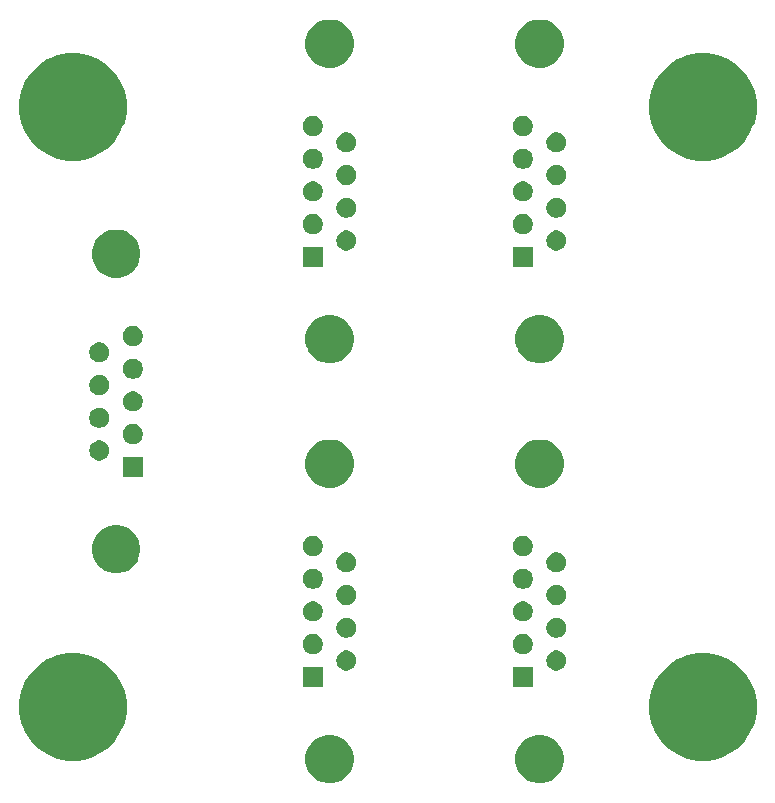
<source format=gbr>
G04 #@! TF.GenerationSoftware,KiCad,Pcbnew,5.1.5-52549c5~84~ubuntu18.04.1*
G04 #@! TF.CreationDate,2020-01-18T14:29:20-05:00*
G04 #@! TF.ProjectId,datapod_IR_splitter,64617461-706f-4645-9f49-525f73706c69,rev?*
G04 #@! TF.SameCoordinates,Original*
G04 #@! TF.FileFunction,Soldermask,Bot*
G04 #@! TF.FilePolarity,Negative*
%FSLAX46Y46*%
G04 Gerber Fmt 4.6, Leading zero omitted, Abs format (unit mm)*
G04 Created by KiCad (PCBNEW 5.1.5-52549c5~84~ubuntu18.04.1) date 2020-01-18 14:29:20*
%MOMM*%
%LPD*%
G04 APERTURE LIST*
%ADD10C,0.100000*%
G04 APERTURE END LIST*
D10*
G36*
X154418254Y-134527818D02*
G01*
X154791511Y-134682426D01*
X154791513Y-134682427D01*
X155127436Y-134906884D01*
X155413116Y-135192564D01*
X155637574Y-135528489D01*
X155792182Y-135901746D01*
X155871000Y-136297993D01*
X155871000Y-136702007D01*
X155792182Y-137098254D01*
X155637574Y-137471511D01*
X155637573Y-137471513D01*
X155413116Y-137807436D01*
X155127436Y-138093116D01*
X154791513Y-138317573D01*
X154791512Y-138317574D01*
X154791511Y-138317574D01*
X154418254Y-138472182D01*
X154022007Y-138551000D01*
X153617993Y-138551000D01*
X153221746Y-138472182D01*
X152848489Y-138317574D01*
X152848488Y-138317574D01*
X152848487Y-138317573D01*
X152512564Y-138093116D01*
X152226884Y-137807436D01*
X152002427Y-137471513D01*
X152002426Y-137471511D01*
X151847818Y-137098254D01*
X151769000Y-136702007D01*
X151769000Y-136297993D01*
X151847818Y-135901746D01*
X152002426Y-135528489D01*
X152226884Y-135192564D01*
X152512564Y-134906884D01*
X152848487Y-134682427D01*
X152848489Y-134682426D01*
X153221746Y-134527818D01*
X153617993Y-134449000D01*
X154022007Y-134449000D01*
X154418254Y-134527818D01*
G37*
G36*
X136638254Y-134527818D02*
G01*
X137011511Y-134682426D01*
X137011513Y-134682427D01*
X137347436Y-134906884D01*
X137633116Y-135192564D01*
X137857574Y-135528489D01*
X138012182Y-135901746D01*
X138091000Y-136297993D01*
X138091000Y-136702007D01*
X138012182Y-137098254D01*
X137857574Y-137471511D01*
X137857573Y-137471513D01*
X137633116Y-137807436D01*
X137347436Y-138093116D01*
X137011513Y-138317573D01*
X137011512Y-138317574D01*
X137011511Y-138317574D01*
X136638254Y-138472182D01*
X136242007Y-138551000D01*
X135837993Y-138551000D01*
X135441746Y-138472182D01*
X135068489Y-138317574D01*
X135068488Y-138317574D01*
X135068487Y-138317573D01*
X134732564Y-138093116D01*
X134446884Y-137807436D01*
X134222427Y-137471513D01*
X134222426Y-137471511D01*
X134067818Y-137098254D01*
X133989000Y-136702007D01*
X133989000Y-136297993D01*
X134067818Y-135901746D01*
X134222426Y-135528489D01*
X134446884Y-135192564D01*
X134732564Y-134906884D01*
X135068487Y-134682427D01*
X135068489Y-134682426D01*
X135441746Y-134527818D01*
X135837993Y-134449000D01*
X136242007Y-134449000D01*
X136638254Y-134527818D01*
G37*
G36*
X115627477Y-127703892D02*
G01*
X115970541Y-127845994D01*
X116455707Y-128046956D01*
X117201093Y-128545008D01*
X117834992Y-129178907D01*
X118333044Y-129924293D01*
X118526360Y-130391000D01*
X118676108Y-130752523D01*
X118851000Y-131631764D01*
X118851000Y-132528236D01*
X118676108Y-133407477D01*
X118534006Y-133750541D01*
X118333044Y-134235707D01*
X117834992Y-134981093D01*
X117201093Y-135614992D01*
X116455707Y-136113044D01*
X116009200Y-136297993D01*
X115627477Y-136456108D01*
X114748236Y-136631000D01*
X113851764Y-136631000D01*
X112972523Y-136456108D01*
X112590800Y-136297993D01*
X112144293Y-136113044D01*
X111398907Y-135614992D01*
X110765008Y-134981093D01*
X110266956Y-134235707D01*
X110065994Y-133750541D01*
X109923892Y-133407477D01*
X109749000Y-132528236D01*
X109749000Y-131631764D01*
X109923892Y-130752523D01*
X110073640Y-130391000D01*
X110266956Y-129924293D01*
X110765008Y-129178907D01*
X111398907Y-128545008D01*
X112144293Y-128046956D01*
X112629459Y-127845994D01*
X112972523Y-127703892D01*
X113851764Y-127529000D01*
X114748236Y-127529000D01*
X115627477Y-127703892D01*
G37*
G36*
X168967477Y-127703892D02*
G01*
X169310541Y-127845994D01*
X169795707Y-128046956D01*
X170541093Y-128545008D01*
X171174992Y-129178907D01*
X171673044Y-129924293D01*
X171866360Y-130391000D01*
X172016108Y-130752523D01*
X172191000Y-131631764D01*
X172191000Y-132528236D01*
X172016108Y-133407477D01*
X171874006Y-133750541D01*
X171673044Y-134235707D01*
X171174992Y-134981093D01*
X170541093Y-135614992D01*
X169795707Y-136113044D01*
X169349200Y-136297993D01*
X168967477Y-136456108D01*
X168088236Y-136631000D01*
X167191764Y-136631000D01*
X166312523Y-136456108D01*
X165930800Y-136297993D01*
X165484293Y-136113044D01*
X164738907Y-135614992D01*
X164105008Y-134981093D01*
X163606956Y-134235707D01*
X163405994Y-133750541D01*
X163263892Y-133407477D01*
X163089000Y-132528236D01*
X163089000Y-131631764D01*
X163263892Y-130752523D01*
X163413640Y-130391000D01*
X163606956Y-129924293D01*
X164105008Y-129178907D01*
X164738907Y-128545008D01*
X165484293Y-128046956D01*
X165969459Y-127845994D01*
X166312523Y-127703892D01*
X167191764Y-127529000D01*
X168088236Y-127529000D01*
X168967477Y-127703892D01*
G37*
G36*
X135471000Y-130391000D02*
G01*
X133769000Y-130391000D01*
X133769000Y-128689000D01*
X135471000Y-128689000D01*
X135471000Y-130391000D01*
G37*
G36*
X153251000Y-130391000D02*
G01*
X151549000Y-130391000D01*
X151549000Y-128689000D01*
X153251000Y-128689000D01*
X153251000Y-130391000D01*
G37*
G36*
X155488228Y-127336703D02*
G01*
X155643100Y-127400853D01*
X155782481Y-127493985D01*
X155901015Y-127612519D01*
X155994147Y-127751900D01*
X156058297Y-127906772D01*
X156091000Y-128071184D01*
X156091000Y-128238816D01*
X156058297Y-128403228D01*
X155994147Y-128558100D01*
X155901015Y-128697481D01*
X155782481Y-128816015D01*
X155643100Y-128909147D01*
X155488228Y-128973297D01*
X155323816Y-129006000D01*
X155156184Y-129006000D01*
X154991772Y-128973297D01*
X154836900Y-128909147D01*
X154697519Y-128816015D01*
X154578985Y-128697481D01*
X154485853Y-128558100D01*
X154421703Y-128403228D01*
X154389000Y-128238816D01*
X154389000Y-128071184D01*
X154421703Y-127906772D01*
X154485853Y-127751900D01*
X154578985Y-127612519D01*
X154697519Y-127493985D01*
X154836900Y-127400853D01*
X154991772Y-127336703D01*
X155156184Y-127304000D01*
X155323816Y-127304000D01*
X155488228Y-127336703D01*
G37*
G36*
X137708228Y-127336703D02*
G01*
X137863100Y-127400853D01*
X138002481Y-127493985D01*
X138121015Y-127612519D01*
X138214147Y-127751900D01*
X138278297Y-127906772D01*
X138311000Y-128071184D01*
X138311000Y-128238816D01*
X138278297Y-128403228D01*
X138214147Y-128558100D01*
X138121015Y-128697481D01*
X138002481Y-128816015D01*
X137863100Y-128909147D01*
X137708228Y-128973297D01*
X137543816Y-129006000D01*
X137376184Y-129006000D01*
X137211772Y-128973297D01*
X137056900Y-128909147D01*
X136917519Y-128816015D01*
X136798985Y-128697481D01*
X136705853Y-128558100D01*
X136641703Y-128403228D01*
X136609000Y-128238816D01*
X136609000Y-128071184D01*
X136641703Y-127906772D01*
X136705853Y-127751900D01*
X136798985Y-127612519D01*
X136917519Y-127493985D01*
X137056900Y-127400853D01*
X137211772Y-127336703D01*
X137376184Y-127304000D01*
X137543816Y-127304000D01*
X137708228Y-127336703D01*
G37*
G36*
X152648228Y-125951703D02*
G01*
X152803100Y-126015853D01*
X152942481Y-126108985D01*
X153061015Y-126227519D01*
X153154147Y-126366900D01*
X153218297Y-126521772D01*
X153251000Y-126686184D01*
X153251000Y-126853816D01*
X153218297Y-127018228D01*
X153154147Y-127173100D01*
X153061015Y-127312481D01*
X152942481Y-127431015D01*
X152803100Y-127524147D01*
X152648228Y-127588297D01*
X152483816Y-127621000D01*
X152316184Y-127621000D01*
X152151772Y-127588297D01*
X151996900Y-127524147D01*
X151857519Y-127431015D01*
X151738985Y-127312481D01*
X151645853Y-127173100D01*
X151581703Y-127018228D01*
X151549000Y-126853816D01*
X151549000Y-126686184D01*
X151581703Y-126521772D01*
X151645853Y-126366900D01*
X151738985Y-126227519D01*
X151857519Y-126108985D01*
X151996900Y-126015853D01*
X152151772Y-125951703D01*
X152316184Y-125919000D01*
X152483816Y-125919000D01*
X152648228Y-125951703D01*
G37*
G36*
X134868228Y-125951703D02*
G01*
X135023100Y-126015853D01*
X135162481Y-126108985D01*
X135281015Y-126227519D01*
X135374147Y-126366900D01*
X135438297Y-126521772D01*
X135471000Y-126686184D01*
X135471000Y-126853816D01*
X135438297Y-127018228D01*
X135374147Y-127173100D01*
X135281015Y-127312481D01*
X135162481Y-127431015D01*
X135023100Y-127524147D01*
X134868228Y-127588297D01*
X134703816Y-127621000D01*
X134536184Y-127621000D01*
X134371772Y-127588297D01*
X134216900Y-127524147D01*
X134077519Y-127431015D01*
X133958985Y-127312481D01*
X133865853Y-127173100D01*
X133801703Y-127018228D01*
X133769000Y-126853816D01*
X133769000Y-126686184D01*
X133801703Y-126521772D01*
X133865853Y-126366900D01*
X133958985Y-126227519D01*
X134077519Y-126108985D01*
X134216900Y-126015853D01*
X134371772Y-125951703D01*
X134536184Y-125919000D01*
X134703816Y-125919000D01*
X134868228Y-125951703D01*
G37*
G36*
X155488228Y-124566703D02*
G01*
X155643100Y-124630853D01*
X155782481Y-124723985D01*
X155901015Y-124842519D01*
X155994147Y-124981900D01*
X156058297Y-125136772D01*
X156091000Y-125301184D01*
X156091000Y-125468816D01*
X156058297Y-125633228D01*
X155994147Y-125788100D01*
X155901015Y-125927481D01*
X155782481Y-126046015D01*
X155643100Y-126139147D01*
X155488228Y-126203297D01*
X155323816Y-126236000D01*
X155156184Y-126236000D01*
X154991772Y-126203297D01*
X154836900Y-126139147D01*
X154697519Y-126046015D01*
X154578985Y-125927481D01*
X154485853Y-125788100D01*
X154421703Y-125633228D01*
X154389000Y-125468816D01*
X154389000Y-125301184D01*
X154421703Y-125136772D01*
X154485853Y-124981900D01*
X154578985Y-124842519D01*
X154697519Y-124723985D01*
X154836900Y-124630853D01*
X154991772Y-124566703D01*
X155156184Y-124534000D01*
X155323816Y-124534000D01*
X155488228Y-124566703D01*
G37*
G36*
X137708228Y-124566703D02*
G01*
X137863100Y-124630853D01*
X138002481Y-124723985D01*
X138121015Y-124842519D01*
X138214147Y-124981900D01*
X138278297Y-125136772D01*
X138311000Y-125301184D01*
X138311000Y-125468816D01*
X138278297Y-125633228D01*
X138214147Y-125788100D01*
X138121015Y-125927481D01*
X138002481Y-126046015D01*
X137863100Y-126139147D01*
X137708228Y-126203297D01*
X137543816Y-126236000D01*
X137376184Y-126236000D01*
X137211772Y-126203297D01*
X137056900Y-126139147D01*
X136917519Y-126046015D01*
X136798985Y-125927481D01*
X136705853Y-125788100D01*
X136641703Y-125633228D01*
X136609000Y-125468816D01*
X136609000Y-125301184D01*
X136641703Y-125136772D01*
X136705853Y-124981900D01*
X136798985Y-124842519D01*
X136917519Y-124723985D01*
X137056900Y-124630853D01*
X137211772Y-124566703D01*
X137376184Y-124534000D01*
X137543816Y-124534000D01*
X137708228Y-124566703D01*
G37*
G36*
X152648228Y-123181703D02*
G01*
X152803100Y-123245853D01*
X152942481Y-123338985D01*
X153061015Y-123457519D01*
X153154147Y-123596900D01*
X153218297Y-123751772D01*
X153251000Y-123916184D01*
X153251000Y-124083816D01*
X153218297Y-124248228D01*
X153154147Y-124403100D01*
X153061015Y-124542481D01*
X152942481Y-124661015D01*
X152803100Y-124754147D01*
X152648228Y-124818297D01*
X152483816Y-124851000D01*
X152316184Y-124851000D01*
X152151772Y-124818297D01*
X151996900Y-124754147D01*
X151857519Y-124661015D01*
X151738985Y-124542481D01*
X151645853Y-124403100D01*
X151581703Y-124248228D01*
X151549000Y-124083816D01*
X151549000Y-123916184D01*
X151581703Y-123751772D01*
X151645853Y-123596900D01*
X151738985Y-123457519D01*
X151857519Y-123338985D01*
X151996900Y-123245853D01*
X152151772Y-123181703D01*
X152316184Y-123149000D01*
X152483816Y-123149000D01*
X152648228Y-123181703D01*
G37*
G36*
X134868228Y-123181703D02*
G01*
X135023100Y-123245853D01*
X135162481Y-123338985D01*
X135281015Y-123457519D01*
X135374147Y-123596900D01*
X135438297Y-123751772D01*
X135471000Y-123916184D01*
X135471000Y-124083816D01*
X135438297Y-124248228D01*
X135374147Y-124403100D01*
X135281015Y-124542481D01*
X135162481Y-124661015D01*
X135023100Y-124754147D01*
X134868228Y-124818297D01*
X134703816Y-124851000D01*
X134536184Y-124851000D01*
X134371772Y-124818297D01*
X134216900Y-124754147D01*
X134077519Y-124661015D01*
X133958985Y-124542481D01*
X133865853Y-124403100D01*
X133801703Y-124248228D01*
X133769000Y-124083816D01*
X133769000Y-123916184D01*
X133801703Y-123751772D01*
X133865853Y-123596900D01*
X133958985Y-123457519D01*
X134077519Y-123338985D01*
X134216900Y-123245853D01*
X134371772Y-123181703D01*
X134536184Y-123149000D01*
X134703816Y-123149000D01*
X134868228Y-123181703D01*
G37*
G36*
X137708228Y-121796703D02*
G01*
X137863100Y-121860853D01*
X138002481Y-121953985D01*
X138121015Y-122072519D01*
X138214147Y-122211900D01*
X138278297Y-122366772D01*
X138311000Y-122531184D01*
X138311000Y-122698816D01*
X138278297Y-122863228D01*
X138214147Y-123018100D01*
X138121015Y-123157481D01*
X138002481Y-123276015D01*
X137863100Y-123369147D01*
X137708228Y-123433297D01*
X137543816Y-123466000D01*
X137376184Y-123466000D01*
X137211772Y-123433297D01*
X137056900Y-123369147D01*
X136917519Y-123276015D01*
X136798985Y-123157481D01*
X136705853Y-123018100D01*
X136641703Y-122863228D01*
X136609000Y-122698816D01*
X136609000Y-122531184D01*
X136641703Y-122366772D01*
X136705853Y-122211900D01*
X136798985Y-122072519D01*
X136917519Y-121953985D01*
X137056900Y-121860853D01*
X137211772Y-121796703D01*
X137376184Y-121764000D01*
X137543816Y-121764000D01*
X137708228Y-121796703D01*
G37*
G36*
X155488228Y-121796703D02*
G01*
X155643100Y-121860853D01*
X155782481Y-121953985D01*
X155901015Y-122072519D01*
X155994147Y-122211900D01*
X156058297Y-122366772D01*
X156091000Y-122531184D01*
X156091000Y-122698816D01*
X156058297Y-122863228D01*
X155994147Y-123018100D01*
X155901015Y-123157481D01*
X155782481Y-123276015D01*
X155643100Y-123369147D01*
X155488228Y-123433297D01*
X155323816Y-123466000D01*
X155156184Y-123466000D01*
X154991772Y-123433297D01*
X154836900Y-123369147D01*
X154697519Y-123276015D01*
X154578985Y-123157481D01*
X154485853Y-123018100D01*
X154421703Y-122863228D01*
X154389000Y-122698816D01*
X154389000Y-122531184D01*
X154421703Y-122366772D01*
X154485853Y-122211900D01*
X154578985Y-122072519D01*
X154697519Y-121953985D01*
X154836900Y-121860853D01*
X154991772Y-121796703D01*
X155156184Y-121764000D01*
X155323816Y-121764000D01*
X155488228Y-121796703D01*
G37*
G36*
X134868228Y-120411703D02*
G01*
X135023100Y-120475853D01*
X135162481Y-120568985D01*
X135281015Y-120687519D01*
X135374147Y-120826900D01*
X135438297Y-120981772D01*
X135471000Y-121146184D01*
X135471000Y-121313816D01*
X135438297Y-121478228D01*
X135374147Y-121633100D01*
X135281015Y-121772481D01*
X135162481Y-121891015D01*
X135023100Y-121984147D01*
X134868228Y-122048297D01*
X134703816Y-122081000D01*
X134536184Y-122081000D01*
X134371772Y-122048297D01*
X134216900Y-121984147D01*
X134077519Y-121891015D01*
X133958985Y-121772481D01*
X133865853Y-121633100D01*
X133801703Y-121478228D01*
X133769000Y-121313816D01*
X133769000Y-121146184D01*
X133801703Y-120981772D01*
X133865853Y-120826900D01*
X133958985Y-120687519D01*
X134077519Y-120568985D01*
X134216900Y-120475853D01*
X134371772Y-120411703D01*
X134536184Y-120379000D01*
X134703816Y-120379000D01*
X134868228Y-120411703D01*
G37*
G36*
X152648228Y-120411703D02*
G01*
X152803100Y-120475853D01*
X152942481Y-120568985D01*
X153061015Y-120687519D01*
X153154147Y-120826900D01*
X153218297Y-120981772D01*
X153251000Y-121146184D01*
X153251000Y-121313816D01*
X153218297Y-121478228D01*
X153154147Y-121633100D01*
X153061015Y-121772481D01*
X152942481Y-121891015D01*
X152803100Y-121984147D01*
X152648228Y-122048297D01*
X152483816Y-122081000D01*
X152316184Y-122081000D01*
X152151772Y-122048297D01*
X151996900Y-121984147D01*
X151857519Y-121891015D01*
X151738985Y-121772481D01*
X151645853Y-121633100D01*
X151581703Y-121478228D01*
X151549000Y-121313816D01*
X151549000Y-121146184D01*
X151581703Y-120981772D01*
X151645853Y-120826900D01*
X151738985Y-120687519D01*
X151857519Y-120568985D01*
X151996900Y-120475853D01*
X152151772Y-120411703D01*
X152316184Y-120379000D01*
X152483816Y-120379000D01*
X152648228Y-120411703D01*
G37*
G36*
X118558254Y-116747818D02*
G01*
X118931511Y-116902426D01*
X118931513Y-116902427D01*
X119267436Y-117126884D01*
X119553116Y-117412564D01*
X119684371Y-117609000D01*
X119777574Y-117748489D01*
X119932182Y-118121746D01*
X120011000Y-118517993D01*
X120011000Y-118922007D01*
X119932182Y-119318254D01*
X119816816Y-119596772D01*
X119777573Y-119691513D01*
X119553116Y-120027436D01*
X119267436Y-120313116D01*
X118931513Y-120537573D01*
X118931512Y-120537574D01*
X118931511Y-120537574D01*
X118558254Y-120692182D01*
X118162007Y-120771000D01*
X117757993Y-120771000D01*
X117361746Y-120692182D01*
X116988489Y-120537574D01*
X116988488Y-120537574D01*
X116988487Y-120537573D01*
X116652564Y-120313116D01*
X116366884Y-120027436D01*
X116142427Y-119691513D01*
X116103184Y-119596772D01*
X115987818Y-119318254D01*
X115909000Y-118922007D01*
X115909000Y-118517993D01*
X115987818Y-118121746D01*
X116142426Y-117748489D01*
X116235630Y-117609000D01*
X116366884Y-117412564D01*
X116652564Y-117126884D01*
X116988487Y-116902427D01*
X116988489Y-116902426D01*
X117361746Y-116747818D01*
X117757993Y-116669000D01*
X118162007Y-116669000D01*
X118558254Y-116747818D01*
G37*
G36*
X137708228Y-119026703D02*
G01*
X137863100Y-119090853D01*
X138002481Y-119183985D01*
X138121015Y-119302519D01*
X138214147Y-119441900D01*
X138278297Y-119596772D01*
X138311000Y-119761184D01*
X138311000Y-119928816D01*
X138278297Y-120093228D01*
X138214147Y-120248100D01*
X138121015Y-120387481D01*
X138002481Y-120506015D01*
X137863100Y-120599147D01*
X137708228Y-120663297D01*
X137543816Y-120696000D01*
X137376184Y-120696000D01*
X137211772Y-120663297D01*
X137056900Y-120599147D01*
X136917519Y-120506015D01*
X136798985Y-120387481D01*
X136705853Y-120248100D01*
X136641703Y-120093228D01*
X136609000Y-119928816D01*
X136609000Y-119761184D01*
X136641703Y-119596772D01*
X136705853Y-119441900D01*
X136798985Y-119302519D01*
X136917519Y-119183985D01*
X137056900Y-119090853D01*
X137211772Y-119026703D01*
X137376184Y-118994000D01*
X137543816Y-118994000D01*
X137708228Y-119026703D01*
G37*
G36*
X155488228Y-119026703D02*
G01*
X155643100Y-119090853D01*
X155782481Y-119183985D01*
X155901015Y-119302519D01*
X155994147Y-119441900D01*
X156058297Y-119596772D01*
X156091000Y-119761184D01*
X156091000Y-119928816D01*
X156058297Y-120093228D01*
X155994147Y-120248100D01*
X155901015Y-120387481D01*
X155782481Y-120506015D01*
X155643100Y-120599147D01*
X155488228Y-120663297D01*
X155323816Y-120696000D01*
X155156184Y-120696000D01*
X154991772Y-120663297D01*
X154836900Y-120599147D01*
X154697519Y-120506015D01*
X154578985Y-120387481D01*
X154485853Y-120248100D01*
X154421703Y-120093228D01*
X154389000Y-119928816D01*
X154389000Y-119761184D01*
X154421703Y-119596772D01*
X154485853Y-119441900D01*
X154578985Y-119302519D01*
X154697519Y-119183985D01*
X154836900Y-119090853D01*
X154991772Y-119026703D01*
X155156184Y-118994000D01*
X155323816Y-118994000D01*
X155488228Y-119026703D01*
G37*
G36*
X134868228Y-117641703D02*
G01*
X135023100Y-117705853D01*
X135162481Y-117798985D01*
X135281015Y-117917519D01*
X135374147Y-118056900D01*
X135438297Y-118211772D01*
X135471000Y-118376184D01*
X135471000Y-118543816D01*
X135438297Y-118708228D01*
X135374147Y-118863100D01*
X135281015Y-119002481D01*
X135162481Y-119121015D01*
X135023100Y-119214147D01*
X134868228Y-119278297D01*
X134703816Y-119311000D01*
X134536184Y-119311000D01*
X134371772Y-119278297D01*
X134216900Y-119214147D01*
X134077519Y-119121015D01*
X133958985Y-119002481D01*
X133865853Y-118863100D01*
X133801703Y-118708228D01*
X133769000Y-118543816D01*
X133769000Y-118376184D01*
X133801703Y-118211772D01*
X133865853Y-118056900D01*
X133958985Y-117917519D01*
X134077519Y-117798985D01*
X134216900Y-117705853D01*
X134371772Y-117641703D01*
X134536184Y-117609000D01*
X134703816Y-117609000D01*
X134868228Y-117641703D01*
G37*
G36*
X152648228Y-117641703D02*
G01*
X152803100Y-117705853D01*
X152942481Y-117798985D01*
X153061015Y-117917519D01*
X153154147Y-118056900D01*
X153218297Y-118211772D01*
X153251000Y-118376184D01*
X153251000Y-118543816D01*
X153218297Y-118708228D01*
X153154147Y-118863100D01*
X153061015Y-119002481D01*
X152942481Y-119121015D01*
X152803100Y-119214147D01*
X152648228Y-119278297D01*
X152483816Y-119311000D01*
X152316184Y-119311000D01*
X152151772Y-119278297D01*
X151996900Y-119214147D01*
X151857519Y-119121015D01*
X151738985Y-119002481D01*
X151645853Y-118863100D01*
X151581703Y-118708228D01*
X151549000Y-118543816D01*
X151549000Y-118376184D01*
X151581703Y-118211772D01*
X151645853Y-118056900D01*
X151738985Y-117917519D01*
X151857519Y-117798985D01*
X151996900Y-117705853D01*
X152151772Y-117641703D01*
X152316184Y-117609000D01*
X152483816Y-117609000D01*
X152648228Y-117641703D01*
G37*
G36*
X154418254Y-109527818D02*
G01*
X154791511Y-109682426D01*
X154791513Y-109682427D01*
X155127436Y-109906884D01*
X155413116Y-110192564D01*
X155591020Y-110458815D01*
X155637574Y-110528489D01*
X155792182Y-110901746D01*
X155871000Y-111297993D01*
X155871000Y-111702007D01*
X155792182Y-112098254D01*
X155637574Y-112471511D01*
X155637573Y-112471513D01*
X155413116Y-112807436D01*
X155127436Y-113093116D01*
X154791513Y-113317573D01*
X154791512Y-113317574D01*
X154791511Y-113317574D01*
X154418254Y-113472182D01*
X154022007Y-113551000D01*
X153617993Y-113551000D01*
X153221746Y-113472182D01*
X152848489Y-113317574D01*
X152848488Y-113317574D01*
X152848487Y-113317573D01*
X152512564Y-113093116D01*
X152226884Y-112807436D01*
X152002427Y-112471513D01*
X152002426Y-112471511D01*
X151847818Y-112098254D01*
X151769000Y-111702007D01*
X151769000Y-111297993D01*
X151847818Y-110901746D01*
X152002426Y-110528489D01*
X152048981Y-110458815D01*
X152226884Y-110192564D01*
X152512564Y-109906884D01*
X152848487Y-109682427D01*
X152848489Y-109682426D01*
X153221746Y-109527818D01*
X153617993Y-109449000D01*
X154022007Y-109449000D01*
X154418254Y-109527818D01*
G37*
G36*
X136638254Y-109527818D02*
G01*
X137011511Y-109682426D01*
X137011513Y-109682427D01*
X137347436Y-109906884D01*
X137633116Y-110192564D01*
X137811020Y-110458815D01*
X137857574Y-110528489D01*
X138012182Y-110901746D01*
X138091000Y-111297993D01*
X138091000Y-111702007D01*
X138012182Y-112098254D01*
X137857574Y-112471511D01*
X137857573Y-112471513D01*
X137633116Y-112807436D01*
X137347436Y-113093116D01*
X137011513Y-113317573D01*
X137011512Y-113317574D01*
X137011511Y-113317574D01*
X136638254Y-113472182D01*
X136242007Y-113551000D01*
X135837993Y-113551000D01*
X135441746Y-113472182D01*
X135068489Y-113317574D01*
X135068488Y-113317574D01*
X135068487Y-113317573D01*
X134732564Y-113093116D01*
X134446884Y-112807436D01*
X134222427Y-112471513D01*
X134222426Y-112471511D01*
X134067818Y-112098254D01*
X133989000Y-111702007D01*
X133989000Y-111297993D01*
X134067818Y-110901746D01*
X134222426Y-110528489D01*
X134268981Y-110458815D01*
X134446884Y-110192564D01*
X134732564Y-109906884D01*
X135068487Y-109682427D01*
X135068489Y-109682426D01*
X135441746Y-109527818D01*
X135837993Y-109449000D01*
X136242007Y-109449000D01*
X136638254Y-109527818D01*
G37*
G36*
X120231000Y-112611000D02*
G01*
X118529000Y-112611000D01*
X118529000Y-110909000D01*
X120231000Y-110909000D01*
X120231000Y-112611000D01*
G37*
G36*
X116788228Y-109556703D02*
G01*
X116943100Y-109620853D01*
X117082481Y-109713985D01*
X117201015Y-109832519D01*
X117294147Y-109971900D01*
X117358297Y-110126772D01*
X117391000Y-110291184D01*
X117391000Y-110458816D01*
X117358297Y-110623228D01*
X117294147Y-110778100D01*
X117201015Y-110917481D01*
X117082481Y-111036015D01*
X116943100Y-111129147D01*
X116788228Y-111193297D01*
X116623816Y-111226000D01*
X116456184Y-111226000D01*
X116291772Y-111193297D01*
X116136900Y-111129147D01*
X115997519Y-111036015D01*
X115878985Y-110917481D01*
X115785853Y-110778100D01*
X115721703Y-110623228D01*
X115689000Y-110458816D01*
X115689000Y-110291184D01*
X115721703Y-110126772D01*
X115785853Y-109971900D01*
X115878985Y-109832519D01*
X115997519Y-109713985D01*
X116136900Y-109620853D01*
X116291772Y-109556703D01*
X116456184Y-109524000D01*
X116623816Y-109524000D01*
X116788228Y-109556703D01*
G37*
G36*
X119628228Y-108171703D02*
G01*
X119783100Y-108235853D01*
X119922481Y-108328985D01*
X120041015Y-108447519D01*
X120134147Y-108586900D01*
X120198297Y-108741772D01*
X120231000Y-108906184D01*
X120231000Y-109073816D01*
X120198297Y-109238228D01*
X120134147Y-109393100D01*
X120041015Y-109532481D01*
X119922481Y-109651015D01*
X119783100Y-109744147D01*
X119628228Y-109808297D01*
X119463816Y-109841000D01*
X119296184Y-109841000D01*
X119131772Y-109808297D01*
X118976900Y-109744147D01*
X118837519Y-109651015D01*
X118718985Y-109532481D01*
X118625853Y-109393100D01*
X118561703Y-109238228D01*
X118529000Y-109073816D01*
X118529000Y-108906184D01*
X118561703Y-108741772D01*
X118625853Y-108586900D01*
X118718985Y-108447519D01*
X118837519Y-108328985D01*
X118976900Y-108235853D01*
X119131772Y-108171703D01*
X119296184Y-108139000D01*
X119463816Y-108139000D01*
X119628228Y-108171703D01*
G37*
G36*
X116788228Y-106786703D02*
G01*
X116943100Y-106850853D01*
X117082481Y-106943985D01*
X117201015Y-107062519D01*
X117294147Y-107201900D01*
X117358297Y-107356772D01*
X117391000Y-107521184D01*
X117391000Y-107688816D01*
X117358297Y-107853228D01*
X117294147Y-108008100D01*
X117201015Y-108147481D01*
X117082481Y-108266015D01*
X116943100Y-108359147D01*
X116788228Y-108423297D01*
X116623816Y-108456000D01*
X116456184Y-108456000D01*
X116291772Y-108423297D01*
X116136900Y-108359147D01*
X115997519Y-108266015D01*
X115878985Y-108147481D01*
X115785853Y-108008100D01*
X115721703Y-107853228D01*
X115689000Y-107688816D01*
X115689000Y-107521184D01*
X115721703Y-107356772D01*
X115785853Y-107201900D01*
X115878985Y-107062519D01*
X115997519Y-106943985D01*
X116136900Y-106850853D01*
X116291772Y-106786703D01*
X116456184Y-106754000D01*
X116623816Y-106754000D01*
X116788228Y-106786703D01*
G37*
G36*
X119628228Y-105401703D02*
G01*
X119783100Y-105465853D01*
X119922481Y-105558985D01*
X120041015Y-105677519D01*
X120134147Y-105816900D01*
X120198297Y-105971772D01*
X120231000Y-106136184D01*
X120231000Y-106303816D01*
X120198297Y-106468228D01*
X120134147Y-106623100D01*
X120041015Y-106762481D01*
X119922481Y-106881015D01*
X119783100Y-106974147D01*
X119628228Y-107038297D01*
X119463816Y-107071000D01*
X119296184Y-107071000D01*
X119131772Y-107038297D01*
X118976900Y-106974147D01*
X118837519Y-106881015D01*
X118718985Y-106762481D01*
X118625853Y-106623100D01*
X118561703Y-106468228D01*
X118529000Y-106303816D01*
X118529000Y-106136184D01*
X118561703Y-105971772D01*
X118625853Y-105816900D01*
X118718985Y-105677519D01*
X118837519Y-105558985D01*
X118976900Y-105465853D01*
X119131772Y-105401703D01*
X119296184Y-105369000D01*
X119463816Y-105369000D01*
X119628228Y-105401703D01*
G37*
G36*
X116788228Y-104016703D02*
G01*
X116943100Y-104080853D01*
X117082481Y-104173985D01*
X117201015Y-104292519D01*
X117294147Y-104431900D01*
X117358297Y-104586772D01*
X117391000Y-104751184D01*
X117391000Y-104918816D01*
X117358297Y-105083228D01*
X117294147Y-105238100D01*
X117201015Y-105377481D01*
X117082481Y-105496015D01*
X116943100Y-105589147D01*
X116788228Y-105653297D01*
X116623816Y-105686000D01*
X116456184Y-105686000D01*
X116291772Y-105653297D01*
X116136900Y-105589147D01*
X115997519Y-105496015D01*
X115878985Y-105377481D01*
X115785853Y-105238100D01*
X115721703Y-105083228D01*
X115689000Y-104918816D01*
X115689000Y-104751184D01*
X115721703Y-104586772D01*
X115785853Y-104431900D01*
X115878985Y-104292519D01*
X115997519Y-104173985D01*
X116136900Y-104080853D01*
X116291772Y-104016703D01*
X116456184Y-103984000D01*
X116623816Y-103984000D01*
X116788228Y-104016703D01*
G37*
G36*
X119628228Y-102631703D02*
G01*
X119783100Y-102695853D01*
X119922481Y-102788985D01*
X120041015Y-102907519D01*
X120134147Y-103046900D01*
X120198297Y-103201772D01*
X120231000Y-103366184D01*
X120231000Y-103533816D01*
X120198297Y-103698228D01*
X120134147Y-103853100D01*
X120041015Y-103992481D01*
X119922481Y-104111015D01*
X119783100Y-104204147D01*
X119628228Y-104268297D01*
X119463816Y-104301000D01*
X119296184Y-104301000D01*
X119131772Y-104268297D01*
X118976900Y-104204147D01*
X118837519Y-104111015D01*
X118718985Y-103992481D01*
X118625853Y-103853100D01*
X118561703Y-103698228D01*
X118529000Y-103533816D01*
X118529000Y-103366184D01*
X118561703Y-103201772D01*
X118625853Y-103046900D01*
X118718985Y-102907519D01*
X118837519Y-102788985D01*
X118976900Y-102695853D01*
X119131772Y-102631703D01*
X119296184Y-102599000D01*
X119463816Y-102599000D01*
X119628228Y-102631703D01*
G37*
G36*
X136638254Y-98967818D02*
G01*
X137011511Y-99122426D01*
X137011513Y-99122427D01*
X137347436Y-99346884D01*
X137633116Y-99632564D01*
X137764371Y-99829000D01*
X137857574Y-99968489D01*
X138012182Y-100341746D01*
X138091000Y-100737993D01*
X138091000Y-101142007D01*
X138012182Y-101538254D01*
X137896816Y-101816772D01*
X137857573Y-101911513D01*
X137633116Y-102247436D01*
X137347436Y-102533116D01*
X137011513Y-102757573D01*
X137011512Y-102757574D01*
X137011511Y-102757574D01*
X136638254Y-102912182D01*
X136242007Y-102991000D01*
X135837993Y-102991000D01*
X135441746Y-102912182D01*
X135068489Y-102757574D01*
X135068488Y-102757574D01*
X135068487Y-102757573D01*
X134732564Y-102533116D01*
X134446884Y-102247436D01*
X134222427Y-101911513D01*
X134183184Y-101816772D01*
X134067818Y-101538254D01*
X133989000Y-101142007D01*
X133989000Y-100737993D01*
X134067818Y-100341746D01*
X134222426Y-99968489D01*
X134315630Y-99829000D01*
X134446884Y-99632564D01*
X134732564Y-99346884D01*
X135068487Y-99122427D01*
X135068489Y-99122426D01*
X135441746Y-98967818D01*
X135837993Y-98889000D01*
X136242007Y-98889000D01*
X136638254Y-98967818D01*
G37*
G36*
X154418254Y-98967818D02*
G01*
X154791511Y-99122426D01*
X154791513Y-99122427D01*
X155127436Y-99346884D01*
X155413116Y-99632564D01*
X155544371Y-99829000D01*
X155637574Y-99968489D01*
X155792182Y-100341746D01*
X155871000Y-100737993D01*
X155871000Y-101142007D01*
X155792182Y-101538254D01*
X155676816Y-101816772D01*
X155637573Y-101911513D01*
X155413116Y-102247436D01*
X155127436Y-102533116D01*
X154791513Y-102757573D01*
X154791512Y-102757574D01*
X154791511Y-102757574D01*
X154418254Y-102912182D01*
X154022007Y-102991000D01*
X153617993Y-102991000D01*
X153221746Y-102912182D01*
X152848489Y-102757574D01*
X152848488Y-102757574D01*
X152848487Y-102757573D01*
X152512564Y-102533116D01*
X152226884Y-102247436D01*
X152002427Y-101911513D01*
X151963184Y-101816772D01*
X151847818Y-101538254D01*
X151769000Y-101142007D01*
X151769000Y-100737993D01*
X151847818Y-100341746D01*
X152002426Y-99968489D01*
X152095630Y-99829000D01*
X152226884Y-99632564D01*
X152512564Y-99346884D01*
X152848487Y-99122427D01*
X152848489Y-99122426D01*
X153221746Y-98967818D01*
X153617993Y-98889000D01*
X154022007Y-98889000D01*
X154418254Y-98967818D01*
G37*
G36*
X116788228Y-101246703D02*
G01*
X116943100Y-101310853D01*
X117082481Y-101403985D01*
X117201015Y-101522519D01*
X117294147Y-101661900D01*
X117358297Y-101816772D01*
X117391000Y-101981184D01*
X117391000Y-102148816D01*
X117358297Y-102313228D01*
X117294147Y-102468100D01*
X117201015Y-102607481D01*
X117082481Y-102726015D01*
X116943100Y-102819147D01*
X116788228Y-102883297D01*
X116623816Y-102916000D01*
X116456184Y-102916000D01*
X116291772Y-102883297D01*
X116136900Y-102819147D01*
X115997519Y-102726015D01*
X115878985Y-102607481D01*
X115785853Y-102468100D01*
X115721703Y-102313228D01*
X115689000Y-102148816D01*
X115689000Y-101981184D01*
X115721703Y-101816772D01*
X115785853Y-101661900D01*
X115878985Y-101522519D01*
X115997519Y-101403985D01*
X116136900Y-101310853D01*
X116291772Y-101246703D01*
X116456184Y-101214000D01*
X116623816Y-101214000D01*
X116788228Y-101246703D01*
G37*
G36*
X119628228Y-99861703D02*
G01*
X119783100Y-99925853D01*
X119922481Y-100018985D01*
X120041015Y-100137519D01*
X120134147Y-100276900D01*
X120198297Y-100431772D01*
X120231000Y-100596184D01*
X120231000Y-100763816D01*
X120198297Y-100928228D01*
X120134147Y-101083100D01*
X120041015Y-101222481D01*
X119922481Y-101341015D01*
X119783100Y-101434147D01*
X119628228Y-101498297D01*
X119463816Y-101531000D01*
X119296184Y-101531000D01*
X119131772Y-101498297D01*
X118976900Y-101434147D01*
X118837519Y-101341015D01*
X118718985Y-101222481D01*
X118625853Y-101083100D01*
X118561703Y-100928228D01*
X118529000Y-100763816D01*
X118529000Y-100596184D01*
X118561703Y-100431772D01*
X118625853Y-100276900D01*
X118718985Y-100137519D01*
X118837519Y-100018985D01*
X118976900Y-99925853D01*
X119131772Y-99861703D01*
X119296184Y-99829000D01*
X119463816Y-99829000D01*
X119628228Y-99861703D01*
G37*
G36*
X118558254Y-91747818D02*
G01*
X118931511Y-91902426D01*
X118931513Y-91902427D01*
X119267436Y-92126884D01*
X119553116Y-92412564D01*
X119731020Y-92678815D01*
X119777574Y-92748489D01*
X119932182Y-93121746D01*
X120011000Y-93517993D01*
X120011000Y-93922007D01*
X119932182Y-94318254D01*
X119777574Y-94691511D01*
X119777573Y-94691513D01*
X119553116Y-95027436D01*
X119267436Y-95313116D01*
X118931513Y-95537573D01*
X118931512Y-95537574D01*
X118931511Y-95537574D01*
X118558254Y-95692182D01*
X118162007Y-95771000D01*
X117757993Y-95771000D01*
X117361746Y-95692182D01*
X116988489Y-95537574D01*
X116988488Y-95537574D01*
X116988487Y-95537573D01*
X116652564Y-95313116D01*
X116366884Y-95027436D01*
X116142427Y-94691513D01*
X116142426Y-94691511D01*
X115987818Y-94318254D01*
X115909000Y-93922007D01*
X115909000Y-93517993D01*
X115987818Y-93121746D01*
X116142426Y-92748489D01*
X116188981Y-92678815D01*
X116366884Y-92412564D01*
X116652564Y-92126884D01*
X116988487Y-91902427D01*
X116988489Y-91902426D01*
X117361746Y-91747818D01*
X117757993Y-91669000D01*
X118162007Y-91669000D01*
X118558254Y-91747818D01*
G37*
G36*
X153251000Y-94831000D02*
G01*
X151549000Y-94831000D01*
X151549000Y-93129000D01*
X153251000Y-93129000D01*
X153251000Y-94831000D01*
G37*
G36*
X135471000Y-94831000D02*
G01*
X133769000Y-94831000D01*
X133769000Y-93129000D01*
X135471000Y-93129000D01*
X135471000Y-94831000D01*
G37*
G36*
X155488228Y-91776703D02*
G01*
X155643100Y-91840853D01*
X155782481Y-91933985D01*
X155901015Y-92052519D01*
X155994147Y-92191900D01*
X156058297Y-92346772D01*
X156091000Y-92511184D01*
X156091000Y-92678816D01*
X156058297Y-92843228D01*
X155994147Y-92998100D01*
X155901015Y-93137481D01*
X155782481Y-93256015D01*
X155643100Y-93349147D01*
X155488228Y-93413297D01*
X155323816Y-93446000D01*
X155156184Y-93446000D01*
X154991772Y-93413297D01*
X154836900Y-93349147D01*
X154697519Y-93256015D01*
X154578985Y-93137481D01*
X154485853Y-92998100D01*
X154421703Y-92843228D01*
X154389000Y-92678816D01*
X154389000Y-92511184D01*
X154421703Y-92346772D01*
X154485853Y-92191900D01*
X154578985Y-92052519D01*
X154697519Y-91933985D01*
X154836900Y-91840853D01*
X154991772Y-91776703D01*
X155156184Y-91744000D01*
X155323816Y-91744000D01*
X155488228Y-91776703D01*
G37*
G36*
X137708228Y-91776703D02*
G01*
X137863100Y-91840853D01*
X138002481Y-91933985D01*
X138121015Y-92052519D01*
X138214147Y-92191900D01*
X138278297Y-92346772D01*
X138311000Y-92511184D01*
X138311000Y-92678816D01*
X138278297Y-92843228D01*
X138214147Y-92998100D01*
X138121015Y-93137481D01*
X138002481Y-93256015D01*
X137863100Y-93349147D01*
X137708228Y-93413297D01*
X137543816Y-93446000D01*
X137376184Y-93446000D01*
X137211772Y-93413297D01*
X137056900Y-93349147D01*
X136917519Y-93256015D01*
X136798985Y-93137481D01*
X136705853Y-92998100D01*
X136641703Y-92843228D01*
X136609000Y-92678816D01*
X136609000Y-92511184D01*
X136641703Y-92346772D01*
X136705853Y-92191900D01*
X136798985Y-92052519D01*
X136917519Y-91933985D01*
X137056900Y-91840853D01*
X137211772Y-91776703D01*
X137376184Y-91744000D01*
X137543816Y-91744000D01*
X137708228Y-91776703D01*
G37*
G36*
X152648228Y-90391703D02*
G01*
X152803100Y-90455853D01*
X152942481Y-90548985D01*
X153061015Y-90667519D01*
X153154147Y-90806900D01*
X153218297Y-90961772D01*
X153251000Y-91126184D01*
X153251000Y-91293816D01*
X153218297Y-91458228D01*
X153154147Y-91613100D01*
X153061015Y-91752481D01*
X152942481Y-91871015D01*
X152803100Y-91964147D01*
X152648228Y-92028297D01*
X152483816Y-92061000D01*
X152316184Y-92061000D01*
X152151772Y-92028297D01*
X151996900Y-91964147D01*
X151857519Y-91871015D01*
X151738985Y-91752481D01*
X151645853Y-91613100D01*
X151581703Y-91458228D01*
X151549000Y-91293816D01*
X151549000Y-91126184D01*
X151581703Y-90961772D01*
X151645853Y-90806900D01*
X151738985Y-90667519D01*
X151857519Y-90548985D01*
X151996900Y-90455853D01*
X152151772Y-90391703D01*
X152316184Y-90359000D01*
X152483816Y-90359000D01*
X152648228Y-90391703D01*
G37*
G36*
X134868228Y-90391703D02*
G01*
X135023100Y-90455853D01*
X135162481Y-90548985D01*
X135281015Y-90667519D01*
X135374147Y-90806900D01*
X135438297Y-90961772D01*
X135471000Y-91126184D01*
X135471000Y-91293816D01*
X135438297Y-91458228D01*
X135374147Y-91613100D01*
X135281015Y-91752481D01*
X135162481Y-91871015D01*
X135023100Y-91964147D01*
X134868228Y-92028297D01*
X134703816Y-92061000D01*
X134536184Y-92061000D01*
X134371772Y-92028297D01*
X134216900Y-91964147D01*
X134077519Y-91871015D01*
X133958985Y-91752481D01*
X133865853Y-91613100D01*
X133801703Y-91458228D01*
X133769000Y-91293816D01*
X133769000Y-91126184D01*
X133801703Y-90961772D01*
X133865853Y-90806900D01*
X133958985Y-90667519D01*
X134077519Y-90548985D01*
X134216900Y-90455853D01*
X134371772Y-90391703D01*
X134536184Y-90359000D01*
X134703816Y-90359000D01*
X134868228Y-90391703D01*
G37*
G36*
X137708228Y-89006703D02*
G01*
X137863100Y-89070853D01*
X138002481Y-89163985D01*
X138121015Y-89282519D01*
X138214147Y-89421900D01*
X138278297Y-89576772D01*
X138311000Y-89741184D01*
X138311000Y-89908816D01*
X138278297Y-90073228D01*
X138214147Y-90228100D01*
X138121015Y-90367481D01*
X138002481Y-90486015D01*
X137863100Y-90579147D01*
X137708228Y-90643297D01*
X137543816Y-90676000D01*
X137376184Y-90676000D01*
X137211772Y-90643297D01*
X137056900Y-90579147D01*
X136917519Y-90486015D01*
X136798985Y-90367481D01*
X136705853Y-90228100D01*
X136641703Y-90073228D01*
X136609000Y-89908816D01*
X136609000Y-89741184D01*
X136641703Y-89576772D01*
X136705853Y-89421900D01*
X136798985Y-89282519D01*
X136917519Y-89163985D01*
X137056900Y-89070853D01*
X137211772Y-89006703D01*
X137376184Y-88974000D01*
X137543816Y-88974000D01*
X137708228Y-89006703D01*
G37*
G36*
X155488228Y-89006703D02*
G01*
X155643100Y-89070853D01*
X155782481Y-89163985D01*
X155901015Y-89282519D01*
X155994147Y-89421900D01*
X156058297Y-89576772D01*
X156091000Y-89741184D01*
X156091000Y-89908816D01*
X156058297Y-90073228D01*
X155994147Y-90228100D01*
X155901015Y-90367481D01*
X155782481Y-90486015D01*
X155643100Y-90579147D01*
X155488228Y-90643297D01*
X155323816Y-90676000D01*
X155156184Y-90676000D01*
X154991772Y-90643297D01*
X154836900Y-90579147D01*
X154697519Y-90486015D01*
X154578985Y-90367481D01*
X154485853Y-90228100D01*
X154421703Y-90073228D01*
X154389000Y-89908816D01*
X154389000Y-89741184D01*
X154421703Y-89576772D01*
X154485853Y-89421900D01*
X154578985Y-89282519D01*
X154697519Y-89163985D01*
X154836900Y-89070853D01*
X154991772Y-89006703D01*
X155156184Y-88974000D01*
X155323816Y-88974000D01*
X155488228Y-89006703D01*
G37*
G36*
X152648228Y-87621703D02*
G01*
X152803100Y-87685853D01*
X152942481Y-87778985D01*
X153061015Y-87897519D01*
X153154147Y-88036900D01*
X153218297Y-88191772D01*
X153251000Y-88356184D01*
X153251000Y-88523816D01*
X153218297Y-88688228D01*
X153154147Y-88843100D01*
X153061015Y-88982481D01*
X152942481Y-89101015D01*
X152803100Y-89194147D01*
X152648228Y-89258297D01*
X152483816Y-89291000D01*
X152316184Y-89291000D01*
X152151772Y-89258297D01*
X151996900Y-89194147D01*
X151857519Y-89101015D01*
X151738985Y-88982481D01*
X151645853Y-88843100D01*
X151581703Y-88688228D01*
X151549000Y-88523816D01*
X151549000Y-88356184D01*
X151581703Y-88191772D01*
X151645853Y-88036900D01*
X151738985Y-87897519D01*
X151857519Y-87778985D01*
X151996900Y-87685853D01*
X152151772Y-87621703D01*
X152316184Y-87589000D01*
X152483816Y-87589000D01*
X152648228Y-87621703D01*
G37*
G36*
X134868228Y-87621703D02*
G01*
X135023100Y-87685853D01*
X135162481Y-87778985D01*
X135281015Y-87897519D01*
X135374147Y-88036900D01*
X135438297Y-88191772D01*
X135471000Y-88356184D01*
X135471000Y-88523816D01*
X135438297Y-88688228D01*
X135374147Y-88843100D01*
X135281015Y-88982481D01*
X135162481Y-89101015D01*
X135023100Y-89194147D01*
X134868228Y-89258297D01*
X134703816Y-89291000D01*
X134536184Y-89291000D01*
X134371772Y-89258297D01*
X134216900Y-89194147D01*
X134077519Y-89101015D01*
X133958985Y-88982481D01*
X133865853Y-88843100D01*
X133801703Y-88688228D01*
X133769000Y-88523816D01*
X133769000Y-88356184D01*
X133801703Y-88191772D01*
X133865853Y-88036900D01*
X133958985Y-87897519D01*
X134077519Y-87778985D01*
X134216900Y-87685853D01*
X134371772Y-87621703D01*
X134536184Y-87589000D01*
X134703816Y-87589000D01*
X134868228Y-87621703D01*
G37*
G36*
X155488228Y-86236703D02*
G01*
X155643100Y-86300853D01*
X155782481Y-86393985D01*
X155901015Y-86512519D01*
X155994147Y-86651900D01*
X156058297Y-86806772D01*
X156091000Y-86971184D01*
X156091000Y-87138816D01*
X156058297Y-87303228D01*
X155994147Y-87458100D01*
X155901015Y-87597481D01*
X155782481Y-87716015D01*
X155643100Y-87809147D01*
X155488228Y-87873297D01*
X155323816Y-87906000D01*
X155156184Y-87906000D01*
X154991772Y-87873297D01*
X154836900Y-87809147D01*
X154697519Y-87716015D01*
X154578985Y-87597481D01*
X154485853Y-87458100D01*
X154421703Y-87303228D01*
X154389000Y-87138816D01*
X154389000Y-86971184D01*
X154421703Y-86806772D01*
X154485853Y-86651900D01*
X154578985Y-86512519D01*
X154697519Y-86393985D01*
X154836900Y-86300853D01*
X154991772Y-86236703D01*
X155156184Y-86204000D01*
X155323816Y-86204000D01*
X155488228Y-86236703D01*
G37*
G36*
X137708228Y-86236703D02*
G01*
X137863100Y-86300853D01*
X138002481Y-86393985D01*
X138121015Y-86512519D01*
X138214147Y-86651900D01*
X138278297Y-86806772D01*
X138311000Y-86971184D01*
X138311000Y-87138816D01*
X138278297Y-87303228D01*
X138214147Y-87458100D01*
X138121015Y-87597481D01*
X138002481Y-87716015D01*
X137863100Y-87809147D01*
X137708228Y-87873297D01*
X137543816Y-87906000D01*
X137376184Y-87906000D01*
X137211772Y-87873297D01*
X137056900Y-87809147D01*
X136917519Y-87716015D01*
X136798985Y-87597481D01*
X136705853Y-87458100D01*
X136641703Y-87303228D01*
X136609000Y-87138816D01*
X136609000Y-86971184D01*
X136641703Y-86806772D01*
X136705853Y-86651900D01*
X136798985Y-86512519D01*
X136917519Y-86393985D01*
X137056900Y-86300853D01*
X137211772Y-86236703D01*
X137376184Y-86204000D01*
X137543816Y-86204000D01*
X137708228Y-86236703D01*
G37*
G36*
X152648228Y-84851703D02*
G01*
X152803100Y-84915853D01*
X152942481Y-85008985D01*
X153061015Y-85127519D01*
X153154147Y-85266900D01*
X153218297Y-85421772D01*
X153251000Y-85586184D01*
X153251000Y-85753816D01*
X153218297Y-85918228D01*
X153154147Y-86073100D01*
X153061015Y-86212481D01*
X152942481Y-86331015D01*
X152803100Y-86424147D01*
X152648228Y-86488297D01*
X152483816Y-86521000D01*
X152316184Y-86521000D01*
X152151772Y-86488297D01*
X151996900Y-86424147D01*
X151857519Y-86331015D01*
X151738985Y-86212481D01*
X151645853Y-86073100D01*
X151581703Y-85918228D01*
X151549000Y-85753816D01*
X151549000Y-85586184D01*
X151581703Y-85421772D01*
X151645853Y-85266900D01*
X151738985Y-85127519D01*
X151857519Y-85008985D01*
X151996900Y-84915853D01*
X152151772Y-84851703D01*
X152316184Y-84819000D01*
X152483816Y-84819000D01*
X152648228Y-84851703D01*
G37*
G36*
X134868228Y-84851703D02*
G01*
X135023100Y-84915853D01*
X135162481Y-85008985D01*
X135281015Y-85127519D01*
X135374147Y-85266900D01*
X135438297Y-85421772D01*
X135471000Y-85586184D01*
X135471000Y-85753816D01*
X135438297Y-85918228D01*
X135374147Y-86073100D01*
X135281015Y-86212481D01*
X135162481Y-86331015D01*
X135023100Y-86424147D01*
X134868228Y-86488297D01*
X134703816Y-86521000D01*
X134536184Y-86521000D01*
X134371772Y-86488297D01*
X134216900Y-86424147D01*
X134077519Y-86331015D01*
X133958985Y-86212481D01*
X133865853Y-86073100D01*
X133801703Y-85918228D01*
X133769000Y-85753816D01*
X133769000Y-85586184D01*
X133801703Y-85421772D01*
X133865853Y-85266900D01*
X133958985Y-85127519D01*
X134077519Y-85008985D01*
X134216900Y-84915853D01*
X134371772Y-84851703D01*
X134536184Y-84819000D01*
X134703816Y-84819000D01*
X134868228Y-84851703D01*
G37*
G36*
X168967477Y-76903892D02*
G01*
X169310541Y-77045994D01*
X169795707Y-77246956D01*
X170541093Y-77745008D01*
X171174992Y-78378907D01*
X171673044Y-79124293D01*
X171874006Y-79609459D01*
X172016108Y-79952523D01*
X172191000Y-80831764D01*
X172191000Y-81728236D01*
X172016108Y-82607477D01*
X171929658Y-82816185D01*
X171673044Y-83435707D01*
X171174992Y-84181093D01*
X170541093Y-84814992D01*
X169795707Y-85313044D01*
X169310541Y-85514006D01*
X168967477Y-85656108D01*
X168088236Y-85831000D01*
X167191764Y-85831000D01*
X166312523Y-85656108D01*
X165969459Y-85514006D01*
X165484293Y-85313044D01*
X164738907Y-84814992D01*
X164105008Y-84181093D01*
X163606956Y-83435707D01*
X163350342Y-82816185D01*
X163263892Y-82607477D01*
X163089000Y-81728236D01*
X163089000Y-80831764D01*
X163263892Y-79952523D01*
X163405994Y-79609459D01*
X163606956Y-79124293D01*
X164105008Y-78378907D01*
X164738907Y-77745008D01*
X165484293Y-77246956D01*
X165969459Y-77045994D01*
X166312523Y-76903892D01*
X167191764Y-76729000D01*
X168088236Y-76729000D01*
X168967477Y-76903892D01*
G37*
G36*
X115627477Y-76903892D02*
G01*
X115970541Y-77045994D01*
X116455707Y-77246956D01*
X117201093Y-77745008D01*
X117834992Y-78378907D01*
X118333044Y-79124293D01*
X118534006Y-79609459D01*
X118676108Y-79952523D01*
X118851000Y-80831764D01*
X118851000Y-81728236D01*
X118676108Y-82607477D01*
X118589658Y-82816185D01*
X118333044Y-83435707D01*
X117834992Y-84181093D01*
X117201093Y-84814992D01*
X116455707Y-85313044D01*
X115970541Y-85514006D01*
X115627477Y-85656108D01*
X114748236Y-85831000D01*
X113851764Y-85831000D01*
X112972523Y-85656108D01*
X112629459Y-85514006D01*
X112144293Y-85313044D01*
X111398907Y-84814992D01*
X110765008Y-84181093D01*
X110266956Y-83435707D01*
X110010342Y-82816185D01*
X109923892Y-82607477D01*
X109749000Y-81728236D01*
X109749000Y-80831764D01*
X109923892Y-79952523D01*
X110065994Y-79609459D01*
X110266956Y-79124293D01*
X110765008Y-78378907D01*
X111398907Y-77745008D01*
X112144293Y-77246956D01*
X112629459Y-77045994D01*
X112972523Y-76903892D01*
X113851764Y-76729000D01*
X114748236Y-76729000D01*
X115627477Y-76903892D01*
G37*
G36*
X155488228Y-83466703D02*
G01*
X155643100Y-83530853D01*
X155782481Y-83623985D01*
X155901015Y-83742519D01*
X155994147Y-83881900D01*
X156058297Y-84036772D01*
X156091000Y-84201184D01*
X156091000Y-84368816D01*
X156058297Y-84533228D01*
X155994147Y-84688100D01*
X155901015Y-84827481D01*
X155782481Y-84946015D01*
X155643100Y-85039147D01*
X155488228Y-85103297D01*
X155323816Y-85136000D01*
X155156184Y-85136000D01*
X154991772Y-85103297D01*
X154836900Y-85039147D01*
X154697519Y-84946015D01*
X154578985Y-84827481D01*
X154485853Y-84688100D01*
X154421703Y-84533228D01*
X154389000Y-84368816D01*
X154389000Y-84201184D01*
X154421703Y-84036772D01*
X154485853Y-83881900D01*
X154578985Y-83742519D01*
X154697519Y-83623985D01*
X154836900Y-83530853D01*
X154991772Y-83466703D01*
X155156184Y-83434000D01*
X155323816Y-83434000D01*
X155488228Y-83466703D01*
G37*
G36*
X137708228Y-83466703D02*
G01*
X137863100Y-83530853D01*
X138002481Y-83623985D01*
X138121015Y-83742519D01*
X138214147Y-83881900D01*
X138278297Y-84036772D01*
X138311000Y-84201184D01*
X138311000Y-84368816D01*
X138278297Y-84533228D01*
X138214147Y-84688100D01*
X138121015Y-84827481D01*
X138002481Y-84946015D01*
X137863100Y-85039147D01*
X137708228Y-85103297D01*
X137543816Y-85136000D01*
X137376184Y-85136000D01*
X137211772Y-85103297D01*
X137056900Y-85039147D01*
X136917519Y-84946015D01*
X136798985Y-84827481D01*
X136705853Y-84688100D01*
X136641703Y-84533228D01*
X136609000Y-84368816D01*
X136609000Y-84201184D01*
X136641703Y-84036772D01*
X136705853Y-83881900D01*
X136798985Y-83742519D01*
X136917519Y-83623985D01*
X137056900Y-83530853D01*
X137211772Y-83466703D01*
X137376184Y-83434000D01*
X137543816Y-83434000D01*
X137708228Y-83466703D01*
G37*
G36*
X152648228Y-82081703D02*
G01*
X152803100Y-82145853D01*
X152942481Y-82238985D01*
X153061015Y-82357519D01*
X153154147Y-82496900D01*
X153218297Y-82651772D01*
X153251000Y-82816184D01*
X153251000Y-82983816D01*
X153218297Y-83148228D01*
X153154147Y-83303100D01*
X153061015Y-83442481D01*
X152942481Y-83561015D01*
X152803100Y-83654147D01*
X152648228Y-83718297D01*
X152483816Y-83751000D01*
X152316184Y-83751000D01*
X152151772Y-83718297D01*
X151996900Y-83654147D01*
X151857519Y-83561015D01*
X151738985Y-83442481D01*
X151645853Y-83303100D01*
X151581703Y-83148228D01*
X151549000Y-82983816D01*
X151549000Y-82816184D01*
X151581703Y-82651772D01*
X151645853Y-82496900D01*
X151738985Y-82357519D01*
X151857519Y-82238985D01*
X151996900Y-82145853D01*
X152151772Y-82081703D01*
X152316184Y-82049000D01*
X152483816Y-82049000D01*
X152648228Y-82081703D01*
G37*
G36*
X134868228Y-82081703D02*
G01*
X135023100Y-82145853D01*
X135162481Y-82238985D01*
X135281015Y-82357519D01*
X135374147Y-82496900D01*
X135438297Y-82651772D01*
X135471000Y-82816184D01*
X135471000Y-82983816D01*
X135438297Y-83148228D01*
X135374147Y-83303100D01*
X135281015Y-83442481D01*
X135162481Y-83561015D01*
X135023100Y-83654147D01*
X134868228Y-83718297D01*
X134703816Y-83751000D01*
X134536184Y-83751000D01*
X134371772Y-83718297D01*
X134216900Y-83654147D01*
X134077519Y-83561015D01*
X133958985Y-83442481D01*
X133865853Y-83303100D01*
X133801703Y-83148228D01*
X133769000Y-82983816D01*
X133769000Y-82816184D01*
X133801703Y-82651772D01*
X133865853Y-82496900D01*
X133958985Y-82357519D01*
X134077519Y-82238985D01*
X134216900Y-82145853D01*
X134371772Y-82081703D01*
X134536184Y-82049000D01*
X134703816Y-82049000D01*
X134868228Y-82081703D01*
G37*
G36*
X154418254Y-73967818D02*
G01*
X154791511Y-74122426D01*
X154791513Y-74122427D01*
X155127436Y-74346884D01*
X155413116Y-74632564D01*
X155637574Y-74968489D01*
X155792182Y-75341746D01*
X155871000Y-75737993D01*
X155871000Y-76142007D01*
X155792182Y-76538254D01*
X155713172Y-76729000D01*
X155637573Y-76911513D01*
X155413116Y-77247436D01*
X155127436Y-77533116D01*
X154791513Y-77757573D01*
X154791512Y-77757574D01*
X154791511Y-77757574D01*
X154418254Y-77912182D01*
X154022007Y-77991000D01*
X153617993Y-77991000D01*
X153221746Y-77912182D01*
X152848489Y-77757574D01*
X152848488Y-77757574D01*
X152848487Y-77757573D01*
X152512564Y-77533116D01*
X152226884Y-77247436D01*
X152002427Y-76911513D01*
X151926828Y-76729000D01*
X151847818Y-76538254D01*
X151769000Y-76142007D01*
X151769000Y-75737993D01*
X151847818Y-75341746D01*
X152002426Y-74968489D01*
X152226884Y-74632564D01*
X152512564Y-74346884D01*
X152848487Y-74122427D01*
X152848489Y-74122426D01*
X153221746Y-73967818D01*
X153617993Y-73889000D01*
X154022007Y-73889000D01*
X154418254Y-73967818D01*
G37*
G36*
X136638254Y-73967818D02*
G01*
X137011511Y-74122426D01*
X137011513Y-74122427D01*
X137347436Y-74346884D01*
X137633116Y-74632564D01*
X137857574Y-74968489D01*
X138012182Y-75341746D01*
X138091000Y-75737993D01*
X138091000Y-76142007D01*
X138012182Y-76538254D01*
X137933172Y-76729000D01*
X137857573Y-76911513D01*
X137633116Y-77247436D01*
X137347436Y-77533116D01*
X137011513Y-77757573D01*
X137011512Y-77757574D01*
X137011511Y-77757574D01*
X136638254Y-77912182D01*
X136242007Y-77991000D01*
X135837993Y-77991000D01*
X135441746Y-77912182D01*
X135068489Y-77757574D01*
X135068488Y-77757574D01*
X135068487Y-77757573D01*
X134732564Y-77533116D01*
X134446884Y-77247436D01*
X134222427Y-76911513D01*
X134146828Y-76729000D01*
X134067818Y-76538254D01*
X133989000Y-76142007D01*
X133989000Y-75737993D01*
X134067818Y-75341746D01*
X134222426Y-74968489D01*
X134446884Y-74632564D01*
X134732564Y-74346884D01*
X135068487Y-74122427D01*
X135068489Y-74122426D01*
X135441746Y-73967818D01*
X135837993Y-73889000D01*
X136242007Y-73889000D01*
X136638254Y-73967818D01*
G37*
M02*

</source>
